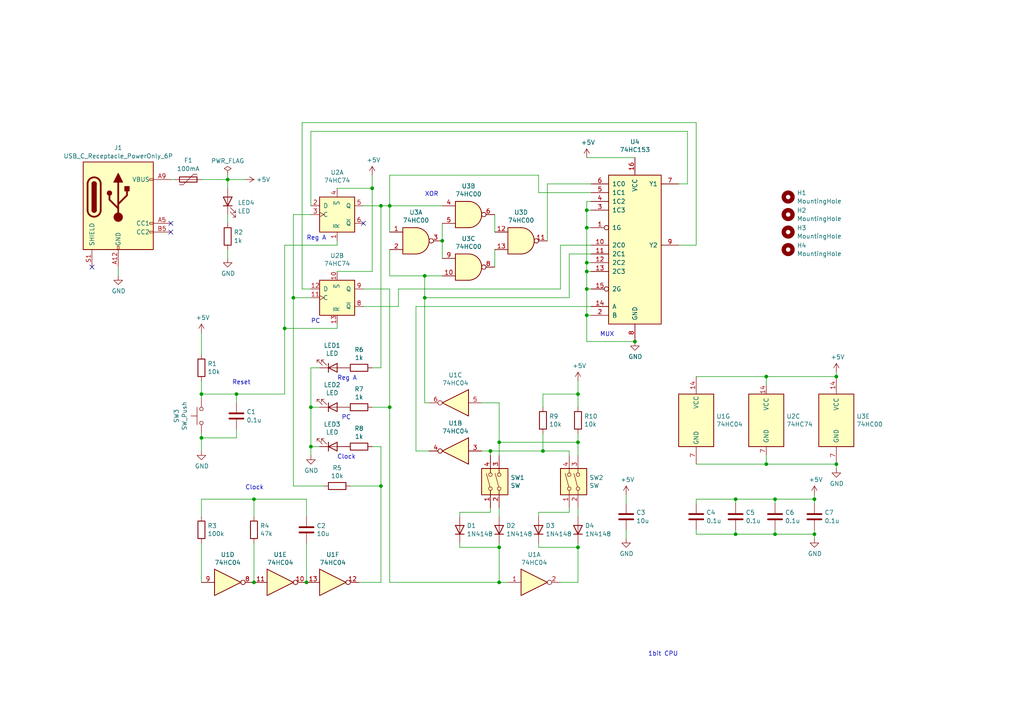
<source format=kicad_sch>
(kicad_sch (version 20231120) (generator "eeschema") (generator_version "8.0")
  (paper "A4")
  (lib_symbols
    (symbol "1bit-cpu-rescue:74HC153-Custom_Library" (pin_names (offset 1.016))
      (property "Reference" "U" (at -7.62 21.59 0))
      (property "Value" "Custom_Library_74HC153" (at -7.62 -24.13 0))
      (symbol "74HC153-Custom_Library_1_0"
        (pin input inverted (at -12.7 5.08 0) (length 5.08) (name "1G") (number "1"))
        (pin input line (at -12.7 0 0) (length 5.08) (name "2C0") (number "10"))
        (pin input line (at -12.7 -2.54 0) (length 5.08) (name "2C1") (number "11"))
        (pin input line (at -12.7 -5.08 0) (length 5.08) (name "2C2") (number "12"))
        (pin input line (at -12.7 -7.62 0) (length 5.08) (name "2C3") (number "13"))
        (pin input line (at -12.7 -17.78 0) (length 5.08) (name "A") (number "14"))
        (pin input inverted (at -12.7 -12.7 0) (length 5.08) (name "2G") (number "15"))
        (pin power_in line (at 0 25.4 270) (length 5.08) (name "VCC") (number "16"))
        (pin input line (at -12.7 -20.32 0) (length 5.08) (name "B") (number "2"))
        (pin input line (at -12.7 10.16 0) (length 5.08) (name "1C3") (number "3"))
        (pin input line (at -12.7 12.7 0) (length 5.08) (name "1C2") (number "4"))
        (pin input line (at -12.7 15.24 0) (length 5.08) (name "1C1") (number "5"))
        (pin input line (at -12.7 17.78 0) (length 5.08) (name "1C0") (number "6"))
        (pin output line (at 12.7 17.78 180) (length 5.08) (name "Y1") (number "7"))
        (pin power_in line (at 0 -27.94 90) (length 5.08) (name "GND") (number "8"))
        (pin output line (at 12.7 0 180) (length 5.08) (name "Y2") (number "9"))
      )
      (symbol "74HC153-Custom_Library_1_1"
        (rectangle (start -7.62 20.32) (end 7.62 -22.86) (stroke (width 0.254)) (fill (type background)))
      )
    )
    (symbol "74xx:74HC00" (pin_names (offset 1.016))
      (property "Reference" "U" (at 0 1.27 0))
      (property "Value" "74HC00" (at 0 -1.27 0))
      (symbol "74HC00_1_1"
        (arc (start 0 -3.81) (mid 3.7934 0) (end 0 3.81) (stroke (width 0.254)) (fill (type background)))
        (polyline (pts (xy 0 3.81) (xy -3.81 3.81) (xy -3.81 -3.81) (xy 0 -3.81)) (stroke (width 0.254)) (fill (type background)))
        (pin input line (at -7.62 2.54 0) (length 3.81) (name "~") (number "1"))
        (pin input line (at -7.62 -2.54 0) (length 3.81) (name "~") (number "2"))
        (pin output inverted (at 7.62 0 180) (length 3.81) (name "~") (number "3"))
      )
      (symbol "74HC00_1_2"
        (arc (start -3.81 -3.81) (mid -2.589 0) (end -3.81 3.81) (stroke (width 0.254)))
        (arc (start -0.6096 -3.81) (mid 2.1842 -2.5851) (end 3.81 0) (stroke (width 0.254)) (fill (type background)))
        (polyline (pts (xy -3.81 -3.81) (xy -0.635 -3.81)) (stroke (width 0.254)) (fill (type background)))
        (polyline (pts (xy -3.81 3.81) (xy -0.635 3.81)) (stroke (width 0.254)) (fill (type background)))
        (polyline (pts (xy -0.635 3.81) (xy -3.81 3.81) (xy -3.81 3.81) (xy -3.556 3.4036) (xy -3.0226 2.2606) (xy -2.6924 1.0414) (xy -2.6162 -0.254) (xy -2.7686 -1.4986) (xy -3.175 -2.7178) (xy -3.81 -3.81) (xy -3.81 -3.81) (xy -0.635 -3.81)) (stroke (width -25.4)) (fill (type background)))
        (arc (start 3.81 0) (mid 2.1915 2.5936) (end -0.6096 3.81) (stroke (width 0.254)) (fill (type background)))
        (pin input inverted (at -7.62 2.54 0) (length 4.318) (name "~") (number "1"))
        (pin input inverted (at -7.62 -2.54 0) (length 4.318) (name "~") (number "2"))
        (pin output line (at 7.62 0 180) (length 3.81) (name "~") (number "3"))
      )
      (symbol "74HC00_2_1"
        (arc (start 0 -3.81) (mid 3.7934 0) (end 0 3.81) (stroke (width 0.254)) (fill (type background)))
        (polyline (pts (xy 0 3.81) (xy -3.81 3.81) (xy -3.81 -3.81) (xy 0 -3.81)) (stroke (width 0.254)) (fill (type background)))
        (pin input line (at -7.62 2.54 0) (length 3.81) (name "~") (number "4"))
        (pin input line (at -7.62 -2.54 0) (length 3.81) (name "~") (number "5"))
        (pin output inverted (at 7.62 0 180) (length 3.81) (name "~") (number "6"))
      )
      (symbol "74HC00_2_2"
        (arc (start -3.81 -3.81) (mid -2.589 0) (end -3.81 3.81) (stroke (width 0.254)))
        (arc (start -0.6096 -3.81) (mid 2.1842 -2.5851) (end 3.81 0) (stroke (width 0.254)) (fill (type background)))
        (polyline (pts (xy -3.81 -3.81) (xy -0.635 -3.81)) (stroke (width 0.254)) (fill (type background)))
        (polyline (pts (xy -3.81 3.81) (xy -0.635 3.81)) (stroke (width 0.254)) (fill (type background)))
        (polyline (pts (xy -0.635 3.81) (xy -3.81 3.81) (xy -3.81 3.81) (xy -3.556 3.4036) (xy -3.0226 2.2606) (xy -2.6924 1.0414) (xy -2.6162 -0.254) (xy -2.7686 -1.4986) (xy -3.175 -2.7178) (xy -3.81 -3.81) (xy -3.81 -3.81) (xy -0.635 -3.81)) (stroke (width -25.4)) (fill (type background)))
        (arc (start 3.81 0) (mid 2.1915 2.5936) (end -0.6096 3.81) (stroke (width 0.254)) (fill (type background)))
        (pin input inverted (at -7.62 2.54 0) (length 4.318) (name "~") (number "4"))
        (pin input inverted (at -7.62 -2.54 0) (length 4.318) (name "~") (number "5"))
        (pin output line (at 7.62 0 180) (length 3.81) (name "~") (number "6"))
      )
      (symbol "74HC00_3_1"
        (arc (start 0 -3.81) (mid 3.7934 0) (end 0 3.81) (stroke (width 0.254)) (fill (type background)))
        (polyline (pts (xy 0 3.81) (xy -3.81 3.81) (xy -3.81 -3.81) (xy 0 -3.81)) (stroke (width 0.254)) (fill (type background)))
        (pin input line (at -7.62 -2.54 0) (length 3.81) (name "~") (number "10"))
        (pin output inverted (at 7.62 0 180) (length 3.81) (name "~") (number "8"))
        (pin input line (at -7.62 2.54 0) (length 3.81) (name "~") (number "9"))
      )
      (symbol "74HC00_3_2"
        (arc (start -3.81 -3.81) (mid -2.589 0) (end -3.81 3.81) (stroke (width 0.254)))
        (arc (start -0.6096 -3.81) (mid 2.1842 -2.5851) (end 3.81 0) (stroke (width 0.254)) (fill (type background)))
        (polyline (pts (xy -3.81 -3.81) (xy -0.635 -3.81)) (stroke (width 0.254)) (fill (type background)))
        (polyline (pts (xy -3.81 3.81) (xy -0.635 3.81)) (stroke (width 0.254)) (fill (type background)))
        (polyline (pts (xy -0.635 3.81) (xy -3.81 3.81) (xy -3.81 3.81) (xy -3.556 3.4036) (xy -3.0226 2.2606) (xy -2.6924 1.0414) (xy -2.6162 -0.254) (xy -2.7686 -1.4986) (xy -3.175 -2.7178) (xy -3.81 -3.81) (xy -3.81 -3.81) (xy -0.635 -3.81)) (stroke (width -25.4)) (fill (type background)))
        (arc (start 3.81 0) (mid 2.1915 2.5936) (end -0.6096 3.81) (stroke (width 0.254)) (fill (type background)))
        (pin input inverted (at -7.62 -2.54 0) (length 4.318) (name "~") (number "10"))
        (pin output line (at 7.62 0 180) (length 3.81) (name "~") (number "8"))
        (pin input inverted (at -7.62 2.54 0) (length 4.318) (name "~") (number "9"))
      )
      (symbol "74HC00_4_1"
        (arc (start 0 -3.81) (mid 3.7934 0) (end 0 3.81) (stroke (width 0.254)) (fill (type background)))
        (polyline (pts (xy 0 3.81) (xy -3.81 3.81) (xy -3.81 -3.81) (xy 0 -3.81)) (stroke (width 0.254)) (fill (type background)))
        (pin output inverted (at 7.62 0 180) (length 3.81) (name "~") (number "11"))
        (pin input line (at -7.62 2.54 0) (length 3.81) (name "~") (number "12"))
        (pin input line (at -7.62 -2.54 0) (length 3.81) (name "~") (number "13"))
      )
      (symbol "74HC00_4_2"
        (arc (start -3.81 -3.81) (mid -2.589 0) (end -3.81 3.81) (stroke (width 0.254)))
        (arc (start -0.6096 -3.81) (mid 2.1842 -2.5851) (end 3.81 0) (stroke (width 0.254)) (fill (type background)))
        (polyline (pts (xy -3.81 -3.81) (xy -0.635 -3.81)) (stroke (width 0.254)) (fill (type background)))
        (polyline (pts (xy -3.81 3.81) (xy -0.635 3.81)) (stroke (width 0.254)) (fill (type background)))
        (polyline (pts (xy -0.635 3.81) (xy -3.81 3.81) (xy -3.81 3.81) (xy -3.556 3.4036) (xy -3.0226 2.2606) (xy -2.6924 1.0414) (xy -2.6162 -0.254) (xy -2.7686 -1.4986) (xy -3.175 -2.7178) (xy -3.81 -3.81) (xy -3.81 -3.81) (xy -0.635 -3.81)) (stroke (width -25.4)) (fill (type background)))
        (arc (start 3.81 0) (mid 2.1915 2.5936) (end -0.6096 3.81) (stroke (width 0.254)) (fill (type background)))
        (pin output line (at 7.62 0 180) (length 3.81) (name "~") (number "11"))
        (pin input inverted (at -7.62 2.54 0) (length 4.318) (name "~") (number "12"))
        (pin input inverted (at -7.62 -2.54 0) (length 4.318) (name "~") (number "13"))
      )
      (symbol "74HC00_5_0"
        (pin power_in line (at 0 12.7 270) (length 5.08) (name "VCC") (number "14"))
        (pin power_in line (at 0 -12.7 90) (length 5.08) (name "GND") (number "7"))
      )
      (symbol "74HC00_5_1"
        (rectangle (start -5.08 7.62) (end 5.08 -7.62) (stroke (width 0.254)) (fill (type background)))
      )
    )
    (symbol "74xx:74HC04"
      (property "Reference" "U" (at 0 1.27 0))
      (property "Value" "74HC04" (at 0 -1.27 0))
      (symbol "74HC04_1_0"
        (polyline (pts (xy -3.81 3.81) (xy -3.81 -3.81) (xy 3.81 0) (xy -3.81 3.81)) (stroke (width 0.254)) (fill (type background)))
        (pin input line (at -7.62 0 0) (length 3.81) (name "~") (number "1"))
        (pin output inverted (at 7.62 0 180) (length 3.81) (name "~") (number "2"))
      )
      (symbol "74HC04_2_0"
        (polyline (pts (xy -3.81 3.81) (xy -3.81 -3.81) (xy 3.81 0) (xy -3.81 3.81)) (stroke (width 0.254)) (fill (type background)))
        (pin input line (at -7.62 0 0) (length 3.81) (name "~") (number "3"))
        (pin output inverted (at 7.62 0 180) (length 3.81) (name "~") (number "4"))
      )
      (symbol "74HC04_3_0"
        (polyline (pts (xy -3.81 3.81) (xy -3.81 -3.81) (xy 3.81 0) (xy -3.81 3.81)) (stroke (width 0.254)) (fill (type background)))
        (pin input line (at -7.62 0 0) (length 3.81) (name "~") (number "5"))
        (pin output inverted (at 7.62 0 180) (length 3.81) (name "~") (number "6"))
      )
      (symbol "74HC04_4_0"
        (polyline (pts (xy -3.81 3.81) (xy -3.81 -3.81) (xy 3.81 0) (xy -3.81 3.81)) (stroke (width 0.254)) (fill (type background)))
        (pin output inverted (at 7.62 0 180) (length 3.81) (name "~") (number "8"))
        (pin input line (at -7.62 0 0) (length 3.81) (name "~") (number "9"))
      )
      (symbol "74HC04_5_0"
        (polyline (pts (xy -3.81 3.81) (xy -3.81 -3.81) (xy 3.81 0) (xy -3.81 3.81)) (stroke (width 0.254)) (fill (type background)))
        (pin output inverted (at 7.62 0 180) (length 3.81) (name "~") (number "10"))
        (pin input line (at -7.62 0 0) (length 3.81) (name "~") (number "11"))
      )
      (symbol "74HC04_6_0"
        (polyline (pts (xy -3.81 3.81) (xy -3.81 -3.81) (xy 3.81 0) (xy -3.81 3.81)) (stroke (width 0.254)) (fill (type background)))
        (pin output inverted (at 7.62 0 180) (length 3.81) (name "~") (number "12"))
        (pin input line (at -7.62 0 0) (length 3.81) (name "~") (number "13"))
      )
      (symbol "74HC04_7_0"
        (pin power_in line (at 0 12.7 270) (length 5.08) (name "VCC") (number "14"))
        (pin power_in line (at 0 -12.7 90) (length 5.08) (name "GND") (number "7"))
      )
      (symbol "74HC04_7_1"
        (rectangle (start -5.08 7.62) (end 5.08 -7.62) (stroke (width 0.254)) (fill (type background)))
      )
    )
    (symbol "74xx:74HC74" (pin_names (offset 1.016))
      (property "Reference" "U" (at -7.62 8.89 0))
      (property "Value" "74HC74" (at -7.62 -8.89 0))
      (symbol "74HC74_1_0"
        (pin input line (at 0 -7.62 90) (length 2.54) (name "~{R}") (number "1"))
        (pin input line (at -7.62 2.54 0) (length 2.54) (name "D") (number "2"))
        (pin input clock (at -7.62 0 0) (length 2.54) (name "C") (number "3"))
        (pin input line (at 0 7.62 270) (length 2.54) (name "~{S}") (number "4"))
        (pin output line (at 7.62 2.54 180) (length 2.54) (name "Q") (number "5"))
        (pin output line (at 7.62 -2.54 180) (length 2.54) (name "~{Q}") (number "6"))
      )
      (symbol "74HC74_1_1"
        (rectangle (start -5.08 5.08) (end 5.08 -5.08) (stroke (width 0.254)) (fill (type background)))
      )
      (symbol "74HC74_2_0"
        (pin input line (at 0 7.62 270) (length 2.54) (name "~{S}") (number "10"))
        (pin input clock (at -7.62 0 0) (length 2.54) (name "C") (number "11"))
        (pin input line (at -7.62 2.54 0) (length 2.54) (name "D") (number "12"))
        (pin input line (at 0 -7.62 90) (length 2.54) (name "~{R}") (number "13"))
        (pin output line (at 7.62 -2.54 180) (length 2.54) (name "~{Q}") (number "8"))
        (pin output line (at 7.62 2.54 180) (length 2.54) (name "Q") (number "9"))
      )
      (symbol "74HC74_2_1"
        (rectangle (start -5.08 5.08) (end 5.08 -5.08) (stroke (width 0.254)) (fill (type background)))
      )
      (symbol "74HC74_3_0"
        (pin power_in line (at 0 10.16 270) (length 2.54) (name "VCC") (number "14"))
        (pin power_in line (at 0 -10.16 90) (length 2.54) (name "GND") (number "7"))
      )
      (symbol "74HC74_3_1"
        (rectangle (start -5.08 7.62) (end 5.08 -7.62) (stroke (width 0.254)) (fill (type background)))
      )
    )
    (symbol "Connector:USB_C_Receptacle_PowerOnly_6P" (pin_names (offset 1.016))
      (property "Reference" "J" (at 0 16.51 0))
      (property "Value" "USB_C_Receptacle_PowerOnly_6P" (at 0 13.97 0))
      (symbol "USB_C_Receptacle_PowerOnly_6P_0_0"
        (rectangle (start -0.254 -12.7) (end 0.254 -11.684))
        (rectangle (start 10.16 -7.366) (end 9.144 -7.874))
        (rectangle (start 10.16 -4.826) (end 9.144 -5.334))
        (rectangle (start 10.16 7.874) (end 9.144 7.366))
      )
      (symbol "USB_C_Receptacle_PowerOnly_6P_0_1"
        (rectangle (start -10.16 12.7) (end 10.16 -12.7) (stroke (width 0.254)) (fill (type background)))
        (arc (start -8.89 -1.27) (mid -6.985 -3.1667) (end -5.08 -1.27) (stroke (width 0.508)))
        (arc (start -7.62 -1.27) (mid -6.985 -1.9023) (end -6.35 -1.27) (stroke (width 0.254)))
        (arc (start -7.62 -1.27) (mid -6.985 -1.9023) (end -6.35 -1.27) (stroke (width 0.254)) (fill (type outline)))
        (rectangle (start -7.62 -1.27) (end -6.35 6.35) (stroke (width 0.254)) (fill (type outline)))
        (arc (start -6.35 6.35) (mid -6.985 6.9823) (end -7.62 6.35) (stroke (width 0.254)))
        (arc (start -6.35 6.35) (mid -6.985 6.9823) (end -7.62 6.35) (stroke (width 0.254)) (fill (type outline)))
        (arc (start -5.08 6.35) (mid -6.985 8.2467) (end -8.89 6.35) (stroke (width 0.508)))
        (circle (center -2.54 3.683) (radius 0.635) (stroke (width 0.254)) (fill (type outline)))
        (circle (center 0 -3.302) (radius 1.27) (fill (type outline)))
        (polyline (pts (xy -8.89 -1.27) (xy -8.89 6.35)) (stroke (width 0.508)))
        (polyline (pts (xy -5.08 6.35) (xy -5.08 -1.27)) (stroke (width 0.508)))
        (polyline (pts (xy 0 -3.302) (xy 0 6.858)) (stroke (width 0.508)))
        (polyline (pts (xy 0 -0.762) (xy -2.54 1.778) (xy -2.54 3.048)) (stroke (width 0.508)))
        (polyline (pts (xy 0 0.508) (xy 2.54 3.048) (xy 2.54 4.318)) (stroke (width 0.508)))
        (polyline (pts (xy -1.27 6.858) (xy 0 9.398) (xy 1.27 6.858) (xy -1.27 6.858)) (stroke (width 0.254)) (fill (type outline)))
        (rectangle (start 1.905 4.318) (end 3.175 5.588) (stroke (width 0.254)) (fill (type outline)))
      )
      (symbol "USB_C_Receptacle_PowerOnly_6P_1_1"
        (pin passive line (at 0 -17.78 90) (length 5.08) (name "GND") (number "A12"))
        (pin bidirectional line (at 15.24 -5.08 180) (length 5.08) (name "CC1") (number "A5"))
        (pin passive line (at 15.24 7.62 180) (length 5.08) (name "VBUS") (number "A9"))
        (pin passive line (at 0 -17.78 90) (length 5.08) hide (name "GND") (number "B12"))
        (pin bidirectional line (at 15.24 -7.62 180) (length 5.08) (name "CC2") (number "B5"))
        (pin passive line (at 15.24 7.62 180) (length 5.08) hide (name "VBUS") (number "B9"))
        (pin passive line (at -7.62 -17.78 90) (length 5.08) (name "SHIELD") (number "S1"))
      )
    )
    (symbol "Device:C" (pin_numbers hide) (pin_names (offset 0.254))
      (property "Reference" "C" (at 0.635 2.54 0))
      (property "Value" "C" (at 0.635 -2.54 0))
      (symbol "C_0_1"
        (polyline (pts (xy -2.032 -0.762) (xy 2.032 -0.762)) (stroke (width 0.508)))
        (polyline (pts (xy -2.032 0.762) (xy 2.032 0.762)) (stroke (width 0.508)))
      )
      (symbol "C_1_1"
        (pin passive line (at 0 3.81 270) (length 2.794) (name "~") (number "1"))
        (pin passive line (at 0 -3.81 90) (length 2.794) (name "~") (number "2"))
      )
    )
    (symbol "Device:LED" (pin_numbers hide) (pin_names (offset 1.016) hide)
      (property "Reference" "D" (at 0 2.54 0))
      (property "Value" "LED" (at 0 -2.54 0))
      (symbol "LED_0_1"
        (polyline (pts (xy -1.27 -1.27) (xy -1.27 1.27)) (stroke (width 0.254)))
        (polyline (pts (xy -1.27 0) (xy 1.27 0)))
        (polyline (pts (xy 1.27 -1.27) (xy 1.27 1.27) (xy -1.27 0) (xy 1.27 -1.27)) (stroke (width 0.254)))
        (polyline (pts (xy -3.048 -0.762) (xy -4.572 -2.286) (xy -3.81 -2.286) (xy -4.572 -2.286) (xy -4.572 -1.524)))
        (polyline (pts (xy -1.778 -0.762) (xy -3.302 -2.286) (xy -2.54 -2.286) (xy -3.302 -2.286) (xy -3.302 -1.524)))
      )
      (symbol "LED_1_1"
        (pin passive line (at -3.81 0 0) (length 2.54) (name "K") (number "1"))
        (pin passive line (at 3.81 0 180) (length 2.54) (name "A") (number "2"))
      )
    )
    (symbol "Device:Polyfuse" (pin_numbers hide) (pin_names (offset 0))
      (property "Reference" "F" (at -2.54 0 90))
      (property "Value" "Polyfuse" (at 2.54 0 90))
      (symbol "Polyfuse_0_1"
        (rectangle (start -0.762 2.54) (end 0.762 -2.54) (stroke (width 0.254)))
        (polyline (pts (xy 0 2.54) (xy 0 -2.54)))
        (polyline (pts (xy -1.524 2.54) (xy -1.524 1.524) (xy 1.524 -1.524) (xy 1.524 -2.54)))
      )
      (symbol "Polyfuse_1_1"
        (pin passive line (at 0 3.81 270) (length 1.27) (name "~") (number "1"))
        (pin passive line (at 0 -3.81 90) (length 1.27) (name "~") (number "2"))
      )
    )
    (symbol "Device:R" (pin_numbers hide) (pin_names (offset 0))
      (property "Reference" "R" (at 2.032 0 90))
      (property "Value" "R" (at 0 0 90))
      (symbol "R_0_1"
        (rectangle (start -1.016 -2.54) (end 1.016 2.54) (stroke (width 0.254)))
      )
      (symbol "R_1_1"
        (pin passive line (at 0 3.81 270) (length 1.27) (name "~") (number "1"))
        (pin passive line (at 0 -3.81 90) (length 1.27) (name "~") (number "2"))
      )
    )
    (symbol "Diode:1N4148" (pin_numbers hide) (pin_names hide)
      (property "Reference" "D" (at 0 2.54 0))
      (property "Value" "1N4148" (at 0 -2.54 0))
      (symbol "1N4148_0_1"
        (polyline (pts (xy -1.27 1.27) (xy -1.27 -1.27)) (stroke (width 0.254)))
        (polyline (pts (xy 1.27 0) (xy -1.27 0)))
        (polyline (pts (xy 1.27 1.27) (xy 1.27 -1.27) (xy -1.27 0) (xy 1.27 1.27)) (stroke (width 0.254)))
      )
      (symbol "1N4148_1_1"
        (pin passive line (at -3.81 0 0) (length 2.54) (name "K") (number "1"))
        (pin passive line (at 3.81 0 180) (length 2.54) (name "A") (number "2"))
      )
    )
    (symbol "Mechanical:MountingHole" (pin_names (offset 1.016))
      (property "Reference" "H" (at 0 5.08 0))
      (property "Value" "MountingHole" (at 0 3.175 0))
      (symbol "MountingHole_0_1"
        (circle (center 0 0) (radius 1.27) (stroke (width 1.27)))
      )
    )
    (symbol "Switch:SW_DIP_x02" (pin_names (offset 0) hide)
      (property "Reference" "SW" (at 0 6.35 0))
      (property "Value" "SW_DIP_x02" (at 0 -3.81 0))
      (symbol "SW_DIP_x02_0_0"
        (circle (center -2.032 0) (radius 0.508))
        (circle (center -2.032 2.54) (radius 0.508))
        (polyline (pts (xy -1.524 0.127) (xy 2.3622 1.1684)))
        (polyline (pts (xy -1.524 2.667) (xy 2.3622 3.7084)))
        (circle (center 2.032 0) (radius 0.508))
        (circle (center 2.032 2.54) (radius 0.508))
      )
      (symbol "SW_DIP_x02_0_1"
        (rectangle (start -3.81 5.08) (end 3.81 -2.54) (stroke (width 0.254)) (fill (type background)))
      )
      (symbol "SW_DIP_x02_1_1"
        (pin passive line (at -7.62 2.54 0) (length 5.08) (name "~") (number "1"))
        (pin passive line (at -7.62 0 0) (length 5.08) (name "~") (number "2"))
        (pin passive line (at 7.62 0 180) (length 5.08) (name "~") (number "3"))
        (pin passive line (at 7.62 2.54 180) (length 5.08) (name "~") (number "4"))
      )
    )
    (symbol "Switch:SW_Push" (pin_numbers hide) (pin_names (offset 1.016) hide)
      (property "Reference" "SW" (at 1.27 2.54 0))
      (property "Value" "SW_Push" (at 0 -1.524 0))
      (symbol "SW_Push_0_1"
        (circle (center -2.032 0) (radius 0.508))
        (polyline (pts (xy 0 1.27) (xy 0 3.048)))
        (polyline (pts (xy 2.54 1.27) (xy -2.54 1.27)))
        (circle (center 2.032 0) (radius 0.508))
        (pin passive line (at -5.08 0 0) (length 2.54) (name "1") (number "1"))
        (pin passive line (at 5.08 0 180) (length 2.54) (name "2") (number "2"))
      )
    )
    (symbol "power:+5V" (power) (pin_names (offset 0))
      (property "Value" "+5V" (at 0 3.556 0))
      (symbol "+5V_0_1"
        (polyline (pts (xy -0.762 1.27) (xy 0 2.54)))
        (polyline (pts (xy 0 0) (xy 0 2.54)))
        (polyline (pts (xy 0 2.54) (xy 0.762 1.27)))
      )
      (symbol "+5V_1_1"
        (pin power_in line (at 0 0 90) (length 0) hide (name "+5V") (number "1"))
      )
    )
    (symbol "power:GND" (power) (pin_names (offset 0))
      (property "Value" "GND" (at 0 -3.81 0))
      (symbol "GND_0_1"
        (polyline (pts (xy 0 0) (xy 0 -1.27) (xy 1.27 -1.27) (xy 0 -2.54) (xy -1.27 -1.27) (xy 0 -1.27)))
      )
      (symbol "GND_1_1"
        (pin power_in line (at 0 0 270) (length 0) hide (name "GND") (number "1"))
      )
    )
    (symbol "power:PWR_FLAG" (power) (pin_numbers hide) (pin_names (offset 0) hide)
      (property "Value" "PWR_FLAG" (at 0 3.81 0))
      (symbol "PWR_FLAG_0_0"
        (pin power_out line (at 0 0 90) (length 0) (name "pwr") (number "1"))
      )
      (symbol "PWR_FLAG_0_1"
        (polyline (pts (xy 0 0) (xy 0 1.27) (xy -1.016 1.905) (xy 0 2.54) (xy 1.016 1.905) (xy 0 1.27)))
      )
    )
  )
  (junction (at 157.48 130.81))
  (junction (at 113.03 118.11))
  (junction (at 113.03 59.69))
  (junction (at 73.66 144.78))
  (junction (at 213.36 144.78))
  (junction (at 58.42 114.3))
  (junction (at 90.17 129.54))
  (junction (at 123.19 86.36))
  (junction (at 242.57 109.22))
  (junction (at 167.64 114.3))
  (junction (at 107.95 54.61))
  (junction (at 58.42 127))
  (junction (at 184.15 99.06))
  (junction (at 170.18 76.2))
  (junction (at 144.78 158.75))
  (junction (at 222.25 134.62))
  (junction (at 144.78 168.91))
  (junction (at 110.49 140.97))
  (junction (at 82.55 95.25))
  (junction (at 236.22 154.94))
  (junction (at 170.18 66.04))
  (junction (at 88.9 168.91))
  (junction (at 224.79 144.78))
  (junction (at 128.27 69.85))
  (junction (at 170.18 91.44))
  (junction (at 142.24 130.81))
  (junction (at 242.57 134.62))
  (junction (at 73.66 168.91))
  (junction (at 224.79 154.94))
  (junction (at 68.58 114.3))
  (junction (at 222.25 109.22))
  (junction (at 123.19 80.01))
  (junction (at 170.18 78.74))
  (junction (at 167.64 128.27))
  (junction (at 90.17 118.11))
  (junction (at 144.78 128.27))
  (junction (at 213.36 154.94))
  (junction (at 110.49 59.69))
  (junction (at 85.09 86.36))
  (junction (at 236.22 144.78))
  (junction (at 66.04 52.07))
  (junction (at 170.18 60.96))
  (junction (at 167.64 158.75))
  (junction (at 170.18 83.82))
  (no_connect (at 49.53 64.77))
  (no_connect (at 26.67 77.47))
  (no_connect (at 49.53 67.31))
  (no_connect (at 105.41 64.77))
  (wire (pts (xy 170.18 76.2) (xy 170.18 66.04)))
  (wire (pts (xy 143.51 67.31) (xy 143.51 62.23)))
  (wire (pts (xy 213.36 153.67) (xy 213.36 154.94)))
  (wire (pts (xy 101.6 140.97) (xy 110.49 140.97)))
  (wire (pts (xy 113.03 72.39) (xy 113.03 80.01)))
  (wire (pts (xy 113.03 50.8) (xy 156.21 50.8)))
  (wire (pts (xy 113.03 118.11) (xy 113.03 168.91)))
  (wire (pts (xy 82.55 71.12) (xy 82.55 95.25)))
  (wire (pts (xy 242.57 135.89) (xy 242.57 134.62)))
  (wire (pts (xy 58.42 114.3) (xy 58.42 110.49)))
  (wire (pts (xy 242.57 109.22) (xy 242.57 107.95)))
  (wire (pts (xy 196.85 71.12) (xy 201.93 71.12)))
  (wire (pts (xy 201.93 109.22) (xy 222.25 109.22)))
  (wire (pts (xy 113.03 59.69) (xy 128.27 59.69)))
  (wire (pts (xy 171.45 91.44) (xy 170.18 91.44)))
  (wire (pts (xy 181.61 143.51) (xy 181.61 146.05)))
  (wire (pts (xy 58.42 144.78) (xy 73.66 144.78)))
  (wire (pts (xy 133.35 148.59) (xy 142.24 148.59)))
  (wire (pts (xy 201.93 134.62) (xy 222.25 134.62)))
  (wire (pts (xy 133.35 157.48) (xy 133.35 158.75)))
  (wire (pts (xy 224.79 153.67) (xy 224.79 154.94)))
  (wire (pts (xy 157.48 114.3) (xy 167.64 114.3)))
  (wire (pts (xy 73.66 157.48) (xy 73.66 168.91)))
  (wire (pts (xy 167.64 110.49) (xy 167.64 114.3)))
  (wire (pts (xy 201.93 144.78) (xy 213.36 144.78)))
  (wire (pts (xy 171.45 73.66) (xy 165.1 73.66)))
  (wire (pts (xy 165.1 86.36) (xy 123.19 86.36)))
  (wire (pts (xy 110.49 59.69) (xy 110.49 106.68)))
  (wire (pts (xy 236.22 146.05) (xy 236.22 144.78)))
  (wire (pts (xy 167.64 128.27) (xy 144.78 128.27)))
  (wire (pts (xy 139.7 116.84) (xy 144.78 116.84)))
  (wire (pts (xy 105.41 83.82) (xy 113.03 83.82)))
  (wire (pts (xy 167.64 125.73) (xy 167.64 128.27)))
  (wire (pts (xy 113.03 67.31) (xy 113.03 59.69)))
  (wire (pts (xy 90.17 106.68) (xy 90.17 118.11)))
  (wire (pts (xy 170.18 78.74) (xy 170.18 76.2)))
  (wire (pts (xy 58.42 127) (xy 68.58 127)))
  (wire (pts (xy 87.63 83.82) (xy 90.17 83.82)))
  (wire (pts (xy 224.79 144.78) (xy 236.22 144.78)))
  (wire (pts (xy 158.75 53.34) (xy 171.45 53.34)))
  (wire (pts (xy 222.25 134.62) (xy 242.57 134.62)))
  (wire (pts (xy 58.42 114.3) (xy 68.58 114.3)))
  (wire (pts (xy 120.65 88.9) (xy 171.45 88.9)))
  (wire (pts (xy 156.21 50.8) (xy 156.21 55.88)))
  (wire (pts (xy 142.24 130.81) (xy 139.7 130.81)))
  (wire (pts (xy 87.63 35.56) (xy 87.63 83.82)))
  (wire (pts (xy 236.22 153.67) (xy 236.22 154.94)))
  (wire (pts (xy 107.95 78.74) (xy 97.79 78.74)))
  (wire (pts (xy 156.21 158.75) (xy 167.64 158.75)))
  (wire (pts (xy 143.51 77.47) (xy 143.51 72.39)))
  (wire (pts (xy 120.65 130.81) (xy 124.46 130.81)))
  (wire (pts (xy 156.21 55.88) (xy 171.45 55.88)))
  (wire (pts (xy 90.17 129.54) (xy 90.17 132.08)))
  (wire (pts (xy 58.42 96.52) (xy 58.42 102.87)))
  (wire (pts (xy 113.03 83.82) (xy 113.03 118.11)))
  (wire (pts (xy 171.45 58.42) (xy 170.18 58.42)))
  (wire (pts (xy 144.78 157.48) (xy 144.78 158.75)))
  (wire (pts (xy 222.25 109.22) (xy 222.25 111.76)))
  (wire (pts (xy 71.12 52.07) (xy 66.04 52.07)))
  (wire (pts (xy 107.95 54.61) (xy 107.95 78.74)))
  (wire (pts (xy 236.22 143.51) (xy 236.22 144.78)))
  (wire (pts (xy 201.93 144.78) (xy 201.93 146.05)))
  (wire (pts (xy 82.55 95.25) (xy 82.55 114.3)))
  (wire (pts (xy 156.21 157.48) (xy 156.21 158.75)))
  (wire (pts (xy 201.93 154.94) (xy 213.36 154.94)))
  (wire (pts (xy 222.25 132.08) (xy 222.25 134.62)))
  (wire (pts (xy 82.55 71.12) (xy 97.79 71.12)))
  (wire (pts (xy 171.45 66.04) (xy 170.18 66.04)))
  (wire (pts (xy 201.93 35.56) (xy 87.63 35.56)))
  (wire (pts (xy 92.71 118.11) (xy 90.17 118.11)))
  (wire (pts (xy 82.55 95.25) (xy 97.79 95.25)))
  (wire (pts (xy 224.79 146.05) (xy 224.79 144.78)))
  (wire (pts (xy 50.8 52.07) (xy 49.53 52.07)))
  (wire (pts (xy 199.39 53.34) (xy 199.39 38.1)))
  (wire (pts (xy 110.49 59.69) (xy 113.03 59.69)))
  (wire (pts (xy 171.45 78.74) (xy 170.18 78.74)))
  (wire (pts (xy 107.95 106.68) (xy 110.49 106.68)))
  (wire (pts (xy 167.64 114.3) (xy 167.64 118.11)))
  (wire (pts (xy 147.32 168.91) (xy 144.78 168.91)))
  (wire (pts (xy 115.57 83.82) (xy 162.56 83.82)))
  (wire (pts (xy 58.42 157.48) (xy 58.42 168.91)))
  (wire (pts (xy 105.41 59.69) (xy 110.49 59.69)))
  (wire (pts (xy 196.85 53.34) (xy 199.39 53.34)))
  (wire (pts (xy 68.58 114.3) (xy 82.55 114.3)))
  (wire (pts (xy 123.19 86.36) (xy 123.19 80.01)))
  (wire (pts (xy 167.64 168.91) (xy 167.64 158.75)))
  (wire (pts (xy 162.56 83.82) (xy 162.56 71.12)))
  (wire (pts (xy 34.29 77.47) (xy 34.29 80.01)))
  (wire (pts (xy 165.1 73.66) (xy 165.1 86.36)))
  (wire (pts (xy 170.18 45.72) (xy 184.15 45.72)))
  (wire (pts (xy 68.58 114.3) (xy 68.58 116.84)))
  (wire (pts (xy 213.36 144.78) (xy 213.36 146.05)))
  (wire (pts (xy 92.71 129.54) (xy 90.17 129.54)))
  (wire (pts (xy 213.36 154.94) (xy 224.79 154.94)))
  (wire (pts (xy 88.9 157.48) (xy 88.9 168.91)))
  (wire (pts (xy 199.39 38.1) (xy 90.17 38.1)))
  (wire (pts (xy 181.61 153.67) (xy 181.61 156.21)))
  (wire (pts (xy 85.09 86.36) (xy 85.09 140.97)))
  (wire (pts (xy 236.22 156.21) (xy 236.22 154.94)))
  (wire (pts (xy 110.49 129.54) (xy 107.95 129.54)))
  (wire (pts (xy 120.65 88.9) (xy 120.65 130.81)))
  (wire (pts (xy 85.09 140.97) (xy 93.98 140.97)))
  (wire (pts (xy 157.48 118.11) (xy 157.48 114.3)))
  (wire (pts (xy 105.41 88.9) (xy 115.57 88.9)))
  (wire (pts (xy 142.24 130.81) (xy 157.48 130.81)))
  (wire (pts (xy 66.04 62.23) (xy 66.04 64.77)))
  (wire (pts (xy 90.17 62.23) (xy 85.09 62.23)))
  (wire (pts (xy 170.18 99.06) (xy 170.18 91.44)))
  (wire (pts (xy 170.18 66.04) (xy 170.18 60.96)))
  (wire (pts (xy 171.45 76.2) (xy 170.18 76.2)))
  (wire (pts (xy 97.79 69.85) (xy 97.79 71.12)))
  (wire (pts (xy 66.04 74.93) (xy 66.04 72.39)))
  (wire (pts (xy 115.57 88.9) (xy 115.57 83.82)))
  (wire (pts (xy 92.71 106.68) (xy 90.17 106.68)))
  (wire (pts (xy 66.04 50.8) (xy 66.04 52.07)))
  (wire (pts (xy 144.78 158.75) (xy 144.78 168.91)))
  (wire (pts (xy 171.45 60.96) (xy 170.18 60.96)))
  (wire (pts (xy 167.64 158.75) (xy 167.64 157.48)))
  (wire (pts (xy 113.03 168.91) (xy 144.78 168.91)))
  (wire (pts (xy 133.35 149.86) (xy 133.35 148.59)))
  (wire (pts (xy 213.36 144.78) (xy 224.79 144.78)))
  (wire (pts (xy 201.93 71.12) (xy 201.93 35.56)))
  (wire (pts (xy 162.56 71.12) (xy 171.45 71.12)))
  (wire (pts (xy 104.14 168.91) (xy 110.49 168.91)))
  (wire (pts (xy 88.9 144.78) (xy 88.9 149.86)))
  (wire (pts (xy 144.78 116.84) (xy 144.78 128.27)))
  (wire (pts (xy 58.42 149.86) (xy 58.42 144.78)))
  (wire (pts (xy 110.49 140.97) (xy 110.49 168.91)))
  (wire (pts (xy 73.66 144.78) (xy 73.66 149.86)))
  (wire (pts (xy 142.24 132.08) (xy 142.24 130.81)))
  (wire (pts (xy 133.35 158.75) (xy 144.78 158.75)))
  (wire (pts (xy 167.64 147.32) (xy 167.64 149.86)))
  (wire (pts (xy 236.22 154.94) (xy 224.79 154.94)))
  (wire (pts (xy 90.17 118.11) (xy 90.17 129.54)))
  (wire (pts (xy 123.19 80.01) (xy 128.27 80.01)))
  (wire (pts (xy 170.18 83.82) (xy 170.18 78.74)))
  (wire (pts (xy 156.21 149.86) (xy 156.21 148.59)))
  (wire (pts (xy 165.1 130.81) (xy 165.1 132.08)))
  (wire (pts (xy 128.27 64.77) (xy 128.27 69.85)))
  (wire (pts (xy 107.95 118.11) (xy 113.03 118.11)))
  (wire (pts (xy 58.42 115.57) (xy 58.42 114.3)))
  (wire (pts (xy 128.27 69.85) (xy 128.27 74.93)))
  (wire (pts (xy 97.79 93.98) (xy 97.79 95.25)))
  (wire (pts (xy 110.49 129.54) (xy 110.49 140.97)))
  (wire (pts (xy 170.18 60.96) (xy 170.18 58.42)))
  (wire (pts (xy 165.1 148.59) (xy 165.1 147.32)))
  (wire (pts (xy 162.56 168.91) (xy 167.64 168.91)))
  (wire (pts (xy 167.64 128.27) (xy 167.64 132.08)))
  (wire (pts (xy 58.42 127) (xy 58.42 125.73)))
  (wire (pts (xy 158.75 69.85) (xy 158.75 53.34)))
  (wire (pts (xy 156.21 148.59) (xy 165.1 148.59)))
  (wire (pts (xy 201.93 154.94) (xy 201.93 153.67)))
  (wire (pts (xy 68.58 124.46) (xy 68.58 127)))
  (wire (pts (xy 113.03 59.69) (xy 113.03 50.8)))
  (wire (pts (xy 171.45 83.82) (xy 170.18 83.82)))
  (wire (pts (xy 142.24 147.32) (xy 142.24 148.59)))
  (wire (pts (xy 144.78 128.27) (xy 144.78 132.08)))
  (wire (pts (xy 170.18 91.44) (xy 170.18 83.82)))
  (wire (pts (xy 123.19 116.84) (xy 123.19 86.36)))
  (wire (pts (xy 58.42 52.07) (xy 66.04 52.07)))
  (wire (pts (xy 157.48 125.73) (xy 157.48 130.81)))
  (wire (pts (xy 222.25 109.22) (xy 242.57 109.22)))
  (wire (pts (xy 90.17 38.1) (xy 90.17 59.69)))
  (wire (pts (xy 113.03 80.01) (xy 123.19 80.01)))
  (wire (pts (xy 144.78 147.32) (xy 144.78 149.86)))
  (wire (pts (xy 107.95 54.61) (xy 97.79 54.61)))
  (wire (pts (xy 124.46 116.84) (xy 123.19 116.84)))
  (wire (pts (xy 107.95 50.8) (xy 107.95 54.61)))
  (wire (pts (xy 85.09 62.23) (xy 85.09 86.36)))
  (wire (pts (xy 90.17 86.36) (xy 85.09 86.36)))
  (wire (pts (xy 58.42 127) (xy 58.42 130.81)))
  (wire (pts (xy 157.48 130.81) (xy 165.1 130.81)))
  (wire (pts (xy 66.04 52.07) (xy 66.04 54.61)))
  (wire (pts (xy 170.18 99.06) (xy 184.15 99.06)))
  (wire (pts (xy 73.66 144.78) (xy 88.9 144.78)))
  (text "Reg A" (at 88.9 69.85 0) (effects (font (size 1.27 1.27)) (justify left bottom)))
  (text "Reg A" (at 97.79 110.49 0) (effects (font (size 1.27 1.27)) (justify left bottom)))
  (text "Clock" (at 71.12 142.24 0) (effects (font (size 1.27 1.27)) (justify left bottom)))
  (text "1bit CPU" (at 187.96 190.5 0) (effects (font (size 1.27 1.27)) (justify left bottom)))
  (text "Clock" (at 97.79 133.35 0) (effects (font (size 1.27 1.27)) (justify left bottom)))
  (text "MUX" (at 173.99 97.79 0) (effects (font (size 1.27 1.27)) (justify left bottom)))
  (text "PC" (at 90.17 93.98 0) (effects (font (size 1.27 1.27)) (justify left bottom)))
  (text "PC" (at 99.06 121.92 0) (effects (font (size 1.27 1.27)) (justify left bottom)))
  (text "Reset" (at 67.31 111.76 0) (effects (font (size 1.27 1.27)) (justify left bottom)))
  (text "XOR" (at 123.19 57.15 0) (effects (font (size 1.27 1.27)) (justify left bottom)))
  (symbol (lib_id "Switch:SW_DIP_x02") (at 144.78 139.7 90) (unit 1)
    (property "Reference" "SW1" (at 148.082 138.5316 90) (effects (justify right)))
    (property "Value" "SW" (at 148.082 140.843 90) (effects (justify right)))
    (property "Footprint" "Button_Switch_THT:SW_DIP_SPSTx02_Slide_9.78x7.26mm_W7.62mm_P2.54mm" (effects (hide yes)))
  )
  (symbol (lib_id "Switch:SW_DIP_x02") (at 167.64 139.7 90) (unit 1)
    (property "Reference" "SW2" (at 170.942 138.5316 90) (effects (justify right)))
    (property "Value" "SW" (at 170.942 140.843 90) (effects (justify right)))
    (property "Footprint" "Button_Switch_THT:SW_DIP_SPSTx02_Slide_9.78x7.26mm_W7.62mm_P2.54mm" (effects (hide yes)))
  )
  (symbol (lib_id "Device:R") (at 97.79 140.97 90) (mirror x) (unit 1)
    (property "Reference" "R5" (at 97.79 135.7122 90))
    (property "Value" "10k" (at 97.79 138.0236 90))
    (property "Footprint" "Resistor_THT:R_Axial_DIN0207_L6.3mm_D2.5mm_P7.62mm_Horizontal" (effects (hide yes)))
  )
  (symbol (lib_id "Device:R") (at 157.48 121.92 0) (unit 1)
    (property "Reference" "R9" (at 159.258 120.7516 0) (effects (justify left)))
    (property "Value" "10k" (at 159.258 123.063 0) (effects (justify left)))
    (property "Footprint" "Resistor_THT:R_Axial_DIN0207_L6.3mm_D2.5mm_P7.62mm_Horizontal" (effects (hide yes)))
  )
  (symbol (lib_id "Device:R") (at 167.64 121.92 0) (unit 1)
    (property "Reference" "R10" (at 169.418 120.7516 0) (effects (justify left)))
    (property "Value" "10k" (at 169.418 123.063 0) (effects (justify left)))
    (property "Footprint" "Resistor_THT:R_Axial_DIN0207_L6.3mm_D2.5mm_P7.62mm_Horizontal" (effects (hide yes)))
  )
  (symbol (lib_id "74xx:74HC04") (at 154.94 168.91 0) (unit 1)
    (property "Reference" "U1" (at 154.94 160.8582 0))
    (property "Value" "74HC04" (at 154.94 163.1696 0))
    (property "Footprint" "Package_DIP:DIP-14_W7.62mm_Socket" (effects (hide yes)))
    (property "Datasheet" "https://assets.nexperia.com/documents/data-sheet/74HC_HCT04.pdf" (effects (hide yes)))
  )
  (symbol (lib_id "power:+5V") (at 167.64 110.49 0) (unit 1)
    (property "Reference" "#PWR08" (effects (hide yes)))
    (property "Value" "+5V" (at 168.021 106.0958 0))
  )
  (symbol (lib_id "74xx:74HC04") (at 132.08 130.81 0) (mirror y) (unit 2)
    (property "Reference" "U1" (at 132.08 122.7582 0))
    (property "Value" "74HC04" (at 132.08 125.0696 0))
    (property "Footprint" "Package_DIP:DIP-14_W7.62mm_Socket" (effects (hide yes)))
    (property "Datasheet" "https://assets.nexperia.com/documents/data-sheet/74HC_HCT04.pdf" (effects (hide yes)))
  )
  (symbol (lib_id "74xx:74HC04") (at 132.08 116.84 0) (mirror y) (unit 3)
    (property "Reference" "U1" (at 132.08 108.7882 0))
    (property "Value" "74HC04" (at 132.08 111.0996 0))
    (property "Footprint" "Package_DIP:DIP-14_W7.62mm_Socket" (effects (hide yes)))
    (property "Datasheet" "https://assets.nexperia.com/documents/data-sheet/74HC_HCT04.pdf" (effects (hide yes)))
  )
  (symbol (lib_id "74xx:74HC74") (at 97.79 62.23 0) (unit 1)
    (property "Reference" "U2" (at 97.79 50.0126 0))
    (property "Value" "74HC74" (at 97.79 52.324 0))
    (property "Footprint" "Package_DIP:DIP-14_W7.62mm_Socket" (effects (hide yes)))
    (property "Datasheet" "74xx/74hc_hct74.pdf" (effects (hide yes)))
  )
  (symbol (lib_id "74xx:74HC74") (at 97.79 86.36 0) (unit 2)
    (property "Reference" "U2" (at 97.79 74.1426 0))
    (property "Value" "74HC74" (at 97.79 76.454 0))
    (property "Footprint" "Package_DIP:DIP-14_W7.62mm_Socket" (effects (hide yes)))
    (property "Datasheet" "74xx/74hc_hct74.pdf" (effects (hide yes)))
  )
  (symbol (lib_id "Device:R") (at 104.14 106.68 90) (mirror x) (unit 1)
    (property "Reference" "R6" (at 104.14 101.4222 90))
    (property "Value" "1k" (at 104.14 103.7336 90))
    (property "Footprint" "Resistor_THT:R_Axial_DIN0207_L6.3mm_D2.5mm_P7.62mm_Horizontal" (effects (hide yes)))
  )
  (symbol (lib_id "Device:R") (at 104.14 118.11 90) (mirror x) (unit 1)
    (property "Reference" "R7" (at 104.14 112.8522 90))
    (property "Value" "1k" (at 104.14 115.1636 90))
    (property "Footprint" "Resistor_THT:R_Axial_DIN0207_L6.3mm_D2.5mm_P7.62mm_Horizontal" (effects (hide yes)))
  )
  (symbol (lib_id "Device:R") (at 104.14 129.54 90) (mirror x) (unit 1)
    (property "Reference" "R8" (at 104.14 124.2822 90))
    (property "Value" "1k" (at 104.14 126.5936 90))
    (property "Footprint" "Resistor_THT:R_Axial_DIN0207_L6.3mm_D2.5mm_P7.62mm_Horizontal" (effects (hide yes)))
  )
  (symbol (lib_id "Device:LED") (at 96.52 129.54 0) (mirror x) (unit 1)
    (property "Reference" "LED3" (at 96.3422 123.063 0))
    (property "Value" "LED" (at 96.3422 125.3744 0))
    (property "Footprint" "LED_THT:LED_D5.0mm" (effects (hide yes)))
  )
  (symbol (lib_id "Device:LED") (at 96.52 118.11 0) (mirror x) (unit 1)
    (property "Reference" "LED2" (at 96.3422 111.633 0))
    (property "Value" "LED" (at 96.3422 113.9444 0))
    (property "Footprint" "LED_THT:LED_D5.0mm" (effects (hide yes)))
  )
  (symbol (lib_id "Device:LED") (at 96.52 106.68 0) (mirror x) (unit 1)
    (property "Reference" "LED1" (at 96.3422 100.203 0))
    (property "Value" "LED" (at 96.3422 102.5144 0))
    (property "Footprint" "LED_THT:LED_D5.0mm" (effects (hide yes)))
  )
  (symbol (lib_id "1bit-cpu-rescue:74HC153-Custom_Library") (at 184.15 71.12 0) (unit 1)
    (property "Reference" "U4" (at 184.15 41.1226 0))
    (property "Value" "74HC153" (at 184.15 43.434 0))
    (property "Footprint" "Package_DIP:DIP-16_W7.62mm_Socket" (effects (hide yes)))
    (property "Datasheet" "http://www.ti.com/lit/gpn/sn74LS153" (effects (hide yes)))
  )
  (symbol (lib_id "74xx:74HC00") (at 120.65 69.85 0) (unit 1)
    (property "Reference" "U3" (at 120.65 61.595 0))
    (property "Value" "74HC00" (at 120.65 63.9064 0))
    (property "Footprint" "Package_DIP:DIP-14_W7.62mm_Socket" (effects (hide yes)))
    (property "Datasheet" "http://www.ti.com/lit/gpn/sn74hc00" (effects (hide yes)))
  )
  (symbol (lib_id "74xx:74HC00") (at 135.89 62.23 0) (unit 2)
    (property "Reference" "U3" (at 135.89 53.975 0))
    (property "Value" "74HC00" (at 135.89 56.2864 0))
    (property "Footprint" "Package_DIP:DIP-14_W7.62mm_Socket" (effects (hide yes)))
    (property "Datasheet" "http://www.ti.com/lit/gpn/sn74hc00" (effects (hide yes)))
  )
  (symbol (lib_id "74xx:74HC00") (at 135.89 77.47 0) (unit 3)
    (property "Reference" "U3" (at 135.89 69.215 0))
    (property "Value" "74HC00" (at 135.89 71.5264 0))
    (property "Footprint" "Package_DIP:DIP-14_W7.62mm_Socket" (effects (hide yes)))
    (property "Datasheet" "http://www.ti.com/lit/gpn/sn74hc00" (effects (hide yes)))
  )
  (symbol (lib_id "74xx:74HC00") (at 151.13 69.85 0) (unit 4)
    (property "Reference" "U3" (at 151.13 61.595 0))
    (property "Value" "74HC00" (at 151.13 63.9064 0))
    (property "Footprint" "Package_DIP:DIP-14_W7.62mm_Socket" (effects (hide yes)))
    (property "Datasheet" "http://www.ti.com/lit/gpn/sn74hc00" (effects (hide yes)))
  )
  (symbol (lib_id "power:+5V") (at 242.57 107.95 0) (unit 1)
    (property "Reference" "#PWR015" (effects (hide yes)))
    (property "Value" "+5V" (at 242.951 103.5558 0))
  )
  (symbol (lib_id "power:GND") (at 90.17 132.08 0) (unit 1)
    (property "Reference" "#PWR06" (effects (hide yes)))
    (property "Value" "GND" (at 90.297 136.4742 0))
  )
  (symbol (lib_id "power:+5V") (at 107.95 50.8 0) (unit 1)
    (property "Reference" "#PWR07" (effects (hide yes)))
    (property "Value" "+5V" (at 108.331 46.4058 0))
  )
  (symbol (lib_id "74xx:74HC00") (at 242.57 121.92 0) (unit 5)
    (property "Reference" "U3" (at 248.412 120.7516 0) (effects (justify left)))
    (property "Value" "74HC00" (at 248.412 123.063 0) (effects (justify left)))
    (property "Footprint" "Package_DIP:DIP-14_W7.62mm_Socket" (effects (hide yes)))
    (property "Datasheet" "http://www.ti.com/lit/gpn/sn74hc00" (effects (hide yes)))
  )
  (symbol (lib_id "74xx:74HC74") (at 222.25 121.92 0) (unit 3)
    (property "Reference" "U2" (at 228.092 120.7516 0) (effects (justify left)))
    (property "Value" "74HC74" (at 228.092 123.063 0) (effects (justify left)))
    (property "Footprint" "Package_DIP:DIP-14_W7.62mm_Socket" (effects (hide yes)))
    (property "Datasheet" "74xx/74hc_hct74.pdf" (effects (hide yes)))
  )
  (symbol (lib_id "74xx:74HC04") (at 201.93 121.92 0) (unit 7)
    (property "Reference" "U1" (at 207.772 120.7516 0) (effects (justify left)))
    (property "Value" "74HC04" (at 207.772 123.063 0) (effects (justify left)))
    (property "Footprint" "Package_DIP:DIP-14_W7.62mm_Socket" (effects (hide yes)))
    (property "Datasheet" "https://assets.nexperia.com/documents/data-sheet/74HC_HCT04.pdf" (effects (hide yes)))
  )
  (symbol (lib_id "74xx:74HC04") (at 66.04 168.91 0) (unit 4)
    (property "Reference" "U1" (at 66.04 160.8582 0))
    (property "Value" "74HC04" (at 66.04 163.1696 0))
    (property "Footprint" "Package_DIP:DIP-14_W7.62mm_Socket" (effects (hide yes)))
    (property "Datasheet" "https://assets.nexperia.com/documents/data-sheet/74HC_HCT04.pdf" (effects (hide yes)))
  )
  (symbol (lib_id "74xx:74HC04") (at 81.28 168.91 0) (unit 5)
    (property "Reference" "U1" (at 81.28 160.8582 0))
    (property "Value" "74HC04" (at 81.28 163.1696 0))
    (property "Footprint" "Package_DIP:DIP-14_W7.62mm_Socket" (effects (hide yes)))
    (property "Datasheet" "https://assets.nexperia.com/documents/data-sheet/74HC_HCT04.pdf" (effects (hide yes)))
  )
  (symbol (lib_id "74xx:74HC04") (at 96.52 168.91 0) (unit 6)
    (property "Reference" "U1" (at 96.52 160.8582 0))
    (property "Value" "74HC04" (at 96.52 163.1696 0))
    (property "Footprint" "Package_DIP:DIP-14_W7.62mm_Socket" (effects (hide yes)))
    (property "Datasheet" "https://assets.nexperia.com/documents/data-sheet/74HC_HCT04.pdf" (effects (hide yes)))
  )
  (symbol (lib_id "Device:R") (at 58.42 153.67 0) (unit 1)
    (property "Reference" "R3" (at 60.198 152.5016 0) (effects (justify left)))
    (property "Value" "100k" (at 60.198 154.813 0) (effects (justify left)))
    (property "Footprint" "Resistor_THT:R_Axial_DIN0207_L6.3mm_D2.5mm_P7.62mm_Horizontal" (effects (hide yes)))
  )
  (symbol (lib_id "Device:R") (at 73.66 153.67 0) (unit 1)
    (property "Reference" "R4" (at 75.438 152.5016 0) (effects (justify left)))
    (property "Value" "47k" (at 75.438 154.813 0) (effects (justify left)))
    (property "Footprint" "Resistor_THT:R_Axial_DIN0207_L6.3mm_D2.5mm_P7.62mm_Horizontal" (effects (hide yes)))
  )
  (symbol (lib_id "Device:C") (at 88.9 153.67 0) (unit 1)
    (property "Reference" "C2" (at 91.821 152.5016 0) (effects (justify left)))
    (property "Value" "10u" (at 91.821 154.813 0) (effects (justify left)))
    (property "Footprint" "Capacitor_THT:C_Disc_D4.3mm_W1.9mm_P5.00mm" (effects (hide yes)))
  )
  (symbol (lib_id "power:+5V") (at 181.61 143.51 0) (unit 1)
    (property "Reference" "#PWR010" (effects (hide yes)))
    (property "Value" "+5V" (at 181.991 139.1158 0))
  )
  (symbol (lib_id "power:GND") (at 181.61 156.21 0) (unit 1)
    (property "Reference" "#PWR011" (effects (hide yes)))
    (property "Value" "GND" (at 181.737 160.6042 0))
  )
  (symbol (lib_id "Switch:SW_Push") (at 58.42 120.65 90) (mirror x) (unit 1)
    (property "Reference" "SW3" (at 51.181 120.65 0))
    (property "Value" "SW_Push" (at 53.4924 120.65 0))
    (property "Footprint" "Button_Switch_THT:SW_PUSH_6mm" (effects (hide yes)))
  )
  (symbol (lib_id "Device:R") (at 58.42 106.68 0) (unit 1)
    (property "Reference" "R1" (at 60.198 105.5116 0) (effects (justify left)))
    (property "Value" "10k" (at 60.198 107.823 0) (effects (justify left)))
    (property "Footprint" "Resistor_THT:R_Axial_DIN0207_L6.3mm_D2.5mm_P7.62mm_Horizontal" (effects (hide yes)))
  )
  (symbol (lib_id "power:GND") (at 58.42 130.81 0) (unit 1)
    (property "Reference" "#PWR03" (effects (hide yes)))
    (property "Value" "GND" (at 58.547 135.2042 0))
  )
  (symbol (lib_id "power:GND") (at 242.57 135.89 0) (unit 1)
    (property "Reference" "#PWR016" (effects (hide yes)))
    (property "Value" "GND" (at 242.697 140.2842 0))
  )
  (symbol (lib_id "power:+5V") (at 170.18 45.72 0) (unit 1)
    (property "Reference" "#PWR09" (effects (hide yes)))
    (property "Value" "+5V" (at 170.561 41.3258 0))
  )
  (symbol (lib_id "power:GND") (at 184.15 99.06 0) (unit 1)
    (property "Reference" "#PWR012" (effects (hide yes)))
    (property "Value" "GND" (at 184.277 103.4542 0))
  )
  (symbol (lib_id "power:+5V") (at 58.42 96.52 0) (unit 1)
    (property "Reference" "#PWR02" (effects (hide yes)))
    (property "Value" "+5V" (at 58.801 92.1258 0))
  )
  (symbol (lib_id "power:+5V") (at 236.22 143.51 0) (unit 1)
    (property "Reference" "#PWR013" (effects (hide yes)))
    (property "Value" "+5V" (at 236.601 139.1158 0))
  )
  (symbol (lib_id "Device:Polyfuse") (at 54.61 52.07 90) (unit 1)
    (property "Reference" "F1" (at 54.61 46.5287 90))
    (property "Value" "100mA" (at 54.61 48.9529 90))
    (property "Footprint" "Fuse:Fuse_Bourns_MF-RG300" (effects (hide yes)))
  )
  (symbol (lib_id "Device:C") (at 236.22 149.86 180) (unit 1)
    (property "Reference" "C7" (at 239.141 148.6479 0) (effects (justify right)))
    (property "Value" "0.1u" (at 239.141 151.0721 0) (effects (justify right)))
    (property "Footprint" "Capacitor_THT:C_Disc_D4.3mm_W1.9mm_P5.00mm" (effects (hide yes)))
  )
  (symbol (lib_id "Diode:1N4148") (at 144.78 153.67 90) (unit 1)
    (property "Reference" "D2" (at 146.812 152.4579 90) (effects (justify right)))
    (property "Value" "1N4148" (at 146.812 154.8821 90) (effects (justify right)))
    (property "Footprint" "Diode_THT:D_DO-35_SOD27_P7.62mm_Horizontal" (effects (hide yes)))
    (property "Datasheet" "https://assets.nexperia.com/documents/data-sheet/1N4148_1N4448.pdf" (effects (hide yes)))
    (property "Sim.Device" "D" (effects (hide yes)))
    (property "Sim.Pins" "1=K 2=A" (effects (hide yes)))
  )
  (symbol (lib_id "Device:R") (at 66.04 68.58 0) (unit 1)
    (property "Reference" "R2" (at 67.818 67.3679 0) (effects (justify left)))
    (property "Value" "1k" (at 67.818 69.7921 0) (effects (justify left)))
    (property "Footprint" "Resistor_THT:R_Axial_DIN0207_L6.3mm_D2.5mm_P7.62mm_Horizontal" (effects (hide yes)))
  )
  (symbol (lib_id "Connector:USB_C_Receptacle_PowerOnly_6P") (at 34.29 59.69 0) (unit 1)
    (property "Reference" "J1" (at 34.29 42.8457 0))
    (property "Value" "USB_C_Receptacle_PowerOnly_6P" (at 34.29 45.2699 0))
    (property "Footprint" "Library:USB_C_PowerOnly" (effects (hide yes)))
    (property "Datasheet" "https://www.usb.org/sites/default/files/documents/usb_type-c.zip" (effects (hide yes)))
  )
  (symbol (lib_id "Device:C") (at 201.93 149.86 180) (unit 1)
    (property "Reference" "C4" (at 204.851 148.6479 0) (effects (justify right)))
    (property "Value" "0.1u" (at 204.851 151.0721 0) (effects (justify right)))
    (property "Footprint" "Capacitor_THT:C_Disc_D4.3mm_W1.9mm_P5.00mm" (effects (hide yes)))
  )
  (symbol (lib_id "Device:C") (at 68.58 120.65 180) (unit 1)
    (property "Reference" "C1" (at 71.501 119.4379 0) (effects (justify right)))
    (property "Value" "0.1u" (at 71.501 121.8621 0) (effects (justify right)))
    (property "Footprint" "Capacitor_THT:C_Disc_D4.3mm_W1.9mm_P5.00mm" (effects (hide yes)))
  )
  (symbol (lib_id "Device:C") (at 213.36 149.86 180) (unit 1)
    (property "Reference" "C5" (at 216.281 148.6479 0) (effects (justify right)))
    (property "Value" "0.1u" (at 216.281 151.0721 0) (effects (justify right)))
    (property "Footprint" "Capacitor_THT:C_Disc_D4.3mm_W1.9mm_P5.00mm" (effects (hide yes)))
  )
  (symbol (lib_id "power:GND") (at 34.29 80.01 0) (unit 1)
    (property "Reference" "#PWR01" (effects (hide yes)))
    (property "Value" "GND" (at 34.417 84.4042 0))
  )
  (symbol (lib_id "Diode:1N4148") (at 167.64 153.67 90) (unit 1)
    (property "Reference" "D4" (at 169.672 152.4579 90) (effects (justify right)))
    (property "Value" "1N4148" (at 169.672 154.8821 90) (effects (justify right)))
    (property "Footprint" "Diode_THT:D_DO-35_SOD27_P7.62mm_Horizontal" (effects (hide yes)))
    (property "Datasheet" "https://assets.nexperia.com/documents/data-sheet/1N4148_1N4448.pdf" (effects (hide yes)))
    (property "Sim.Device" "D" (effects (hide yes)))
    (property "Sim.Pins" "1=K 2=A" (effects (hide yes)))
  )
  (symbol (lib_id "Mechanical:MountingHole") (at 228.6 62.23 0) (unit 1)
    (property "Reference" "H2" (at 231.14 61.0179 0) (effects (justify left)))
    (property "Value" "MountingHole" (at 231.14 63.4421 0) (effects (justify left)))
    (property "Footprint" "MountingHole:MountingHole_3.2mm_M3" (effects (hide yes)))
  )
  (symbol (lib_id "Device:C") (at 224.79 149.86 180) (unit 1)
    (property "Reference" "C6" (at 227.711 148.6479 0) (effects (justify right)))
    (property "Value" "0.1u" (at 227.711 151.0721 0) (effects (justify right)))
    (property "Footprint" "Capacitor_THT:C_Disc_D4.3mm_W1.9mm_P5.00mm" (effects (hide yes)))
  )
  (symbol (lib_id "Diode:1N4148") (at 156.21 153.67 90) (unit 1)
    (property "Reference" "D3" (at 158.242 152.4579 90) (effects (justify right)))
    (property "Value" "1N4148" (at 158.242 154.8821 90) (effects (justify right)))
    (property "Footprint" "Diode_THT:D_DO-35_SOD27_P7.62mm_Horizontal" (effects (hide yes)))
    (property "Datasheet" "https://assets.nexperia.com/documents/data-sheet/1N4148_1N4448.pdf" (effects (hide yes)))
    (property "Sim.Device" "D" (effects (hide yes)))
    (property "Sim.Pins" "1=K 2=A" (effects (hide yes)))
  )
  (symbol (lib_id "power:GND") (at 66.04 74.93 0) (unit 1)
    (property "Reference" "#PWR04" (effects (hide yes)))
    (property "Value" "GND" (at 66.167 79.3242 0))
  )
  (symbol (lib_id "power:GND") (at 236.22 156.21 0) (unit 1)
    (property "Reference" "#PWR014" (effects (hide yes)))
    (property "Value" "GND" (at 236.347 160.6042 0))
  )
  (symbol (lib_id "Mechanical:MountingHole") (at 228.6 57.15 0) (unit 1)
    (property "Reference" "H1" (at 231.14 55.9379 0) (effects (justify left)))
    (property "Value" "MountingHole" (at 231.14 58.3621 0) (effects (justify left)))
    (property "Footprint" "MountingHole:MountingHole_3.2mm_M3" (effects (hide yes)))
  )
  (symbol (lib_id "Mechanical:MountingHole") (at 228.6 67.31 0) (unit 1)
    (property "Reference" "H3" (at 231.14 66.0979 0) (effects (justify left)))
    (property "Value" "MountingHole" (at 231.14 68.5221 0) (effects (justify left)))
    (property "Footprint" "MountingHole:MountingHole_3.2mm_M3" (effects (hide yes)))
  )
  (symbol (lib_id "Diode:1N4148") (at 133.35 153.67 90) (unit 1)
    (property "Reference" "D1" (at 135.382 152.4579 90) (effects (justify right)))
    (property "Value" "1N4148" (at 135.382 154.8821 90) (effects (justify right)))
    (property "Footprint" "Diode_THT:D_DO-35_SOD27_P7.62mm_Horizontal" (effects (hide yes)))
    (property "Datasheet" "https://assets.nexperia.com/documents/data-sheet/1N4148_1N4448.pdf" (effects (hide yes)))
    (property "Sim.Device" "D" (effects (hide yes)))
    (property "Sim.Pins" "1=K 2=A" (effects (hide yes)))
  )
  (symbol (lib_id "power:+5V") (at 71.12 52.07 270) (unit 1)
    (property "Reference" "#PWR05" (effects (hide yes)))
    (property "Value" "+5V" (at 74.295 52.07 90) (effects (justify left)))
  )
  (symbol (lib_id "Device:LED") (at 66.04 58.42 90) (unit 1)
    (property "Reference" "LED4" (at 68.961 58.7954 90) (effects (justify right)))
    (property "Value" "LED" (at 68.961 61.2196 90) (effects (justify right)))
    (property "Footprint" "LED_THT:LED_D5.0mm" (effects (hide yes)))
  )
  (symbol (lib_id "Device:C") (at 181.61 149.86 180) (unit 1)
    (property "Reference" "C3" (at 184.531 148.6479 0) (effects (justify right)))
    (property "Value" "10u" (at 184.531 151.0721 0) (effects (justify right)))
    (property "Footprint" "Capacitor_THT:C_Disc_D4.3mm_W1.9mm_P5.00mm" (effects (hide yes)))
  )
  (symbol (lib_id "Mechanical:MountingHole") (at 228.6 72.39 0) (unit 1)
    (property "Reference" "H4" (at 231.14 71.1779 0) (effects (justify left)))
    (property "Value" "MountingHole" (at 231.14 73.6021 0) (effects (justify left)))
    (property "Footprint" "MountingHole:MountingHole_3.2mm_M3" (effects (hide yes)))
  )
  (symbol (lib_id "power:PWR_FLAG") (at 66.04 50.8 0) (unit 1)
    (property "Reference" "#FLG01" (effects (hide yes)))
    (property "Value" "PWR_FLAG" (at 66.04 46.6669 0))
  )
)
</source>
